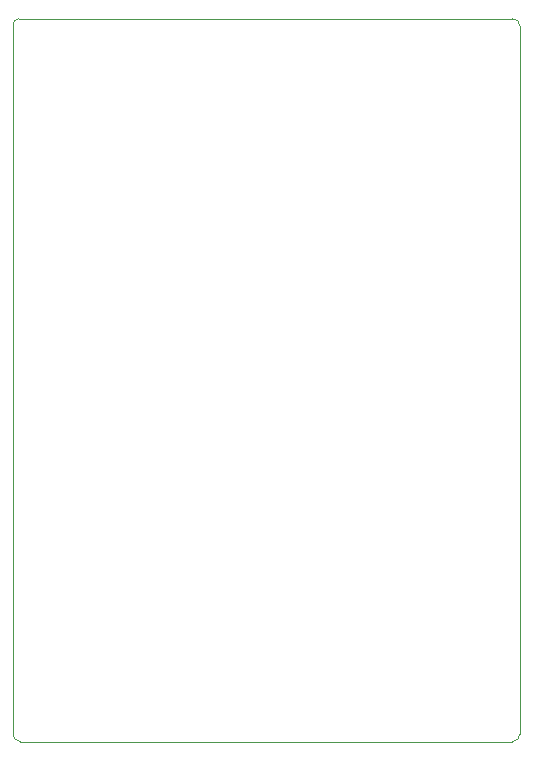
<source format=gm1>
%TF.GenerationSoftware,KiCad,Pcbnew,(6.0.0-0)*%
%TF.CreationDate,2022-04-11T16:32:46+01:00*%
%TF.ProjectId,euro-power-friend,6575726f-2d70-46f7-9765-722d66726965,rev?*%
%TF.SameCoordinates,Original*%
%TF.FileFunction,Profile,NP*%
%FSLAX46Y46*%
G04 Gerber Fmt 4.6, Leading zero omitted, Abs format (unit mm)*
G04 Created by KiCad (PCBNEW (6.0.0-0)) date 2022-04-11 16:32:46*
%MOMM*%
%LPD*%
G01*
G04 APERTURE LIST*
%TA.AperFunction,Profile*%
%ADD10C,0.050000*%
%TD*%
G04 APERTURE END LIST*
D10*
X155448000Y-61214000D02*
G75*
G03*
X154813000Y-60579000I-635000J0D01*
G01*
X113030000Y-60579000D02*
G75*
G03*
X112522000Y-61087000I0J-508000D01*
G01*
X112522000Y-121158000D02*
G75*
G03*
X113157000Y-121793000I635000J0D01*
G01*
X154813000Y-121793000D02*
G75*
G03*
X155448000Y-121158000I0J635000D01*
G01*
X113157000Y-121793000D02*
X154813000Y-121793000D01*
X155448000Y-61214000D02*
X155448000Y-121158000D01*
X112522000Y-61087000D02*
X112522000Y-121158000D01*
X113030000Y-60579000D02*
X154813000Y-60579000D01*
M02*

</source>
